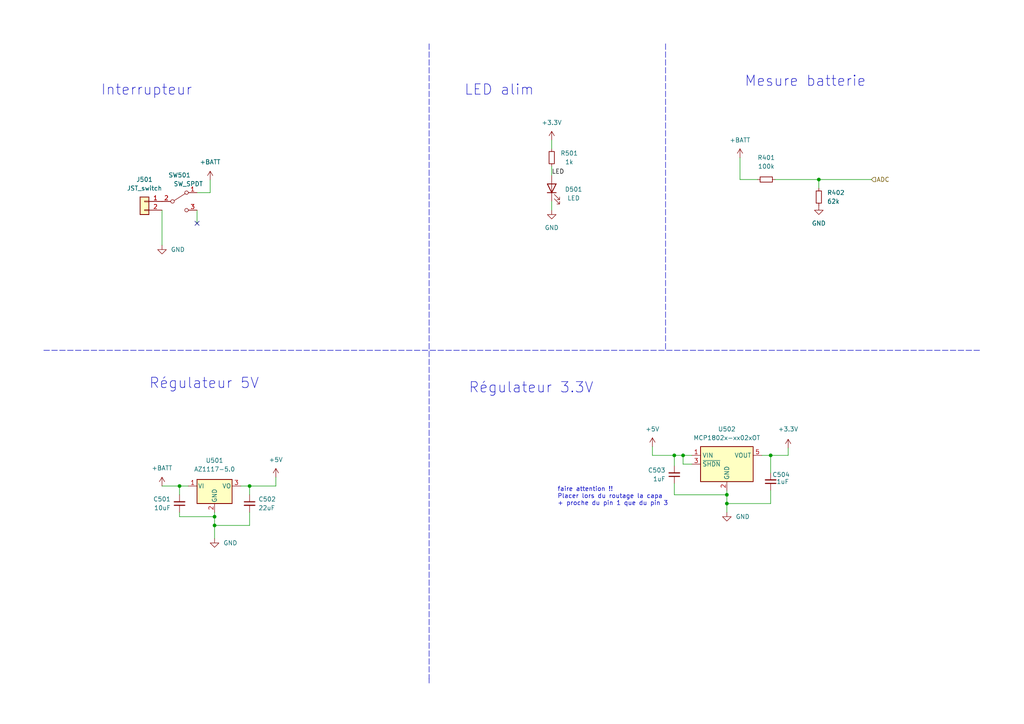
<source format=kicad_sch>
(kicad_sch (version 20211123) (generator eeschema)

  (uuid 818a72cf-d397-4513-a3a0-8481b9efa59a)

  (paper "A4")

  (lib_symbols
    (symbol "Connector_Generic:Conn_01x02" (pin_names (offset 1.016) hide) (in_bom yes) (on_board yes)
      (property "Reference" "J" (id 0) (at 0 2.54 0)
        (effects (font (size 1.27 1.27)))
      )
      (property "Value" "Conn_01x02" (id 1) (at 0 -5.08 0)
        (effects (font (size 1.27 1.27)))
      )
      (property "Footprint" "" (id 2) (at 0 0 0)
        (effects (font (size 1.27 1.27)) hide)
      )
      (property "Datasheet" "~" (id 3) (at 0 0 0)
        (effects (font (size 1.27 1.27)) hide)
      )
      (property "ki_keywords" "connector" (id 4) (at 0 0 0)
        (effects (font (size 1.27 1.27)) hide)
      )
      (property "ki_description" "Generic connector, single row, 01x02, script generated (kicad-library-utils/schlib/autogen/connector/)" (id 5) (at 0 0 0)
        (effects (font (size 1.27 1.27)) hide)
      )
      (property "ki_fp_filters" "Connector*:*_1x??_*" (id 6) (at 0 0 0)
        (effects (font (size 1.27 1.27)) hide)
      )
      (symbol "Conn_01x02_1_1"
        (rectangle (start -1.27 -2.413) (end 0 -2.667)
          (stroke (width 0.1524) (type default) (color 0 0 0 0))
          (fill (type none))
        )
        (rectangle (start -1.27 0.127) (end 0 -0.127)
          (stroke (width 0.1524) (type default) (color 0 0 0 0))
          (fill (type none))
        )
        (rectangle (start -1.27 1.27) (end 1.27 -3.81)
          (stroke (width 0.254) (type default) (color 0 0 0 0))
          (fill (type background))
        )
        (pin passive line (at -5.08 0 0) (length 3.81)
          (name "Pin_1" (effects (font (size 1.27 1.27))))
          (number "1" (effects (font (size 1.27 1.27))))
        )
        (pin passive line (at -5.08 -2.54 0) (length 3.81)
          (name "Pin_2" (effects (font (size 1.27 1.27))))
          (number "2" (effects (font (size 1.27 1.27))))
        )
      )
    )
    (symbol "Device:C_Small" (pin_numbers hide) (pin_names (offset 0.254) hide) (in_bom yes) (on_board yes)
      (property "Reference" "C" (id 0) (at 0.254 1.778 0)
        (effects (font (size 1.27 1.27)) (justify left))
      )
      (property "Value" "C_Small" (id 1) (at 0.254 -2.032 0)
        (effects (font (size 1.27 1.27)) (justify left))
      )
      (property "Footprint" "" (id 2) (at 0 0 0)
        (effects (font (size 1.27 1.27)) hide)
      )
      (property "Datasheet" "~" (id 3) (at 0 0 0)
        (effects (font (size 1.27 1.27)) hide)
      )
      (property "ki_keywords" "capacitor cap" (id 4) (at 0 0 0)
        (effects (font (size 1.27 1.27)) hide)
      )
      (property "ki_description" "Unpolarized capacitor, small symbol" (id 5) (at 0 0 0)
        (effects (font (size 1.27 1.27)) hide)
      )
      (property "ki_fp_filters" "C_*" (id 6) (at 0 0 0)
        (effects (font (size 1.27 1.27)) hide)
      )
      (symbol "C_Small_0_1"
        (polyline
          (pts
            (xy -1.524 -0.508)
            (xy 1.524 -0.508)
          )
          (stroke (width 0.3302) (type default) (color 0 0 0 0))
          (fill (type none))
        )
        (polyline
          (pts
            (xy -1.524 0.508)
            (xy 1.524 0.508)
          )
          (stroke (width 0.3048) (type default) (color 0 0 0 0))
          (fill (type none))
        )
      )
      (symbol "C_Small_1_1"
        (pin passive line (at 0 2.54 270) (length 2.032)
          (name "~" (effects (font (size 1.27 1.27))))
          (number "1" (effects (font (size 1.27 1.27))))
        )
        (pin passive line (at 0 -2.54 90) (length 2.032)
          (name "~" (effects (font (size 1.27 1.27))))
          (number "2" (effects (font (size 1.27 1.27))))
        )
      )
    )
    (symbol "Device:LED" (pin_numbers hide) (pin_names (offset 1.016) hide) (in_bom yes) (on_board yes)
      (property "Reference" "D" (id 0) (at 0 2.54 0)
        (effects (font (size 1.27 1.27)))
      )
      (property "Value" "LED" (id 1) (at 0 -2.54 0)
        (effects (font (size 1.27 1.27)))
      )
      (property "Footprint" "" (id 2) (at 0 0 0)
        (effects (font (size 1.27 1.27)) hide)
      )
      (property "Datasheet" "~" (id 3) (at 0 0 0)
        (effects (font (size 1.27 1.27)) hide)
      )
      (property "ki_keywords" "LED diode" (id 4) (at 0 0 0)
        (effects (font (size 1.27 1.27)) hide)
      )
      (property "ki_description" "Light emitting diode" (id 5) (at 0 0 0)
        (effects (font (size 1.27 1.27)) hide)
      )
      (property "ki_fp_filters" "LED* LED_SMD:* LED_THT:*" (id 6) (at 0 0 0)
        (effects (font (size 1.27 1.27)) hide)
      )
      (symbol "LED_0_1"
        (polyline
          (pts
            (xy -1.27 -1.27)
            (xy -1.27 1.27)
          )
          (stroke (width 0.254) (type default) (color 0 0 0 0))
          (fill (type none))
        )
        (polyline
          (pts
            (xy -1.27 0)
            (xy 1.27 0)
          )
          (stroke (width 0) (type default) (color 0 0 0 0))
          (fill (type none))
        )
        (polyline
          (pts
            (xy 1.27 -1.27)
            (xy 1.27 1.27)
            (xy -1.27 0)
            (xy 1.27 -1.27)
          )
          (stroke (width 0.254) (type default) (color 0 0 0 0))
          (fill (type none))
        )
        (polyline
          (pts
            (xy -3.048 -0.762)
            (xy -4.572 -2.286)
            (xy -3.81 -2.286)
            (xy -4.572 -2.286)
            (xy -4.572 -1.524)
          )
          (stroke (width 0) (type default) (color 0 0 0 0))
          (fill (type none))
        )
        (polyline
          (pts
            (xy -1.778 -0.762)
            (xy -3.302 -2.286)
            (xy -2.54 -2.286)
            (xy -3.302 -2.286)
            (xy -3.302 -1.524)
          )
          (stroke (width 0) (type default) (color 0 0 0 0))
          (fill (type none))
        )
      )
      (symbol "LED_1_1"
        (pin passive line (at -3.81 0 0) (length 2.54)
          (name "K" (effects (font (size 1.27 1.27))))
          (number "1" (effects (font (size 1.27 1.27))))
        )
        (pin passive line (at 3.81 0 180) (length 2.54)
          (name "A" (effects (font (size 1.27 1.27))))
          (number "2" (effects (font (size 1.27 1.27))))
        )
      )
    )
    (symbol "Device:R_Small" (pin_numbers hide) (pin_names (offset 0.254) hide) (in_bom yes) (on_board yes)
      (property "Reference" "R" (id 0) (at 0.762 0.508 0)
        (effects (font (size 1.27 1.27)) (justify left))
      )
      (property "Value" "R_Small" (id 1) (at 0.762 -1.016 0)
        (effects (font (size 1.27 1.27)) (justify left))
      )
      (property "Footprint" "" (id 2) (at 0 0 0)
        (effects (font (size 1.27 1.27)) hide)
      )
      (property "Datasheet" "~" (id 3) (at 0 0 0)
        (effects (font (size 1.27 1.27)) hide)
      )
      (property "ki_keywords" "R resistor" (id 4) (at 0 0 0)
        (effects (font (size 1.27 1.27)) hide)
      )
      (property "ki_description" "Resistor, small symbol" (id 5) (at 0 0 0)
        (effects (font (size 1.27 1.27)) hide)
      )
      (property "ki_fp_filters" "R_*" (id 6) (at 0 0 0)
        (effects (font (size 1.27 1.27)) hide)
      )
      (symbol "R_Small_0_1"
        (rectangle (start -0.762 1.778) (end 0.762 -1.778)
          (stroke (width 0.2032) (type default) (color 0 0 0 0))
          (fill (type none))
        )
      )
      (symbol "R_Small_1_1"
        (pin passive line (at 0 2.54 270) (length 0.762)
          (name "~" (effects (font (size 1.27 1.27))))
          (number "1" (effects (font (size 1.27 1.27))))
        )
        (pin passive line (at 0 -2.54 90) (length 0.762)
          (name "~" (effects (font (size 1.27 1.27))))
          (number "2" (effects (font (size 1.27 1.27))))
        )
      )
    )
    (symbol "Regulator_Linear:LT1129-3.3_SOT223" (pin_names (offset 0.254)) (in_bom yes) (on_board yes)
      (property "Reference" "U" (id 0) (at -3.81 3.175 0)
        (effects (font (size 1.27 1.27)))
      )
      (property "Value" "LT1129-3.3_SOT223" (id 1) (at 0 3.175 0)
        (effects (font (size 1.27 1.27)) (justify left))
      )
      (property "Footprint" "Package_TO_SOT_SMD:SOT-223-3_TabPin2" (id 2) (at 0 5.715 0)
        (effects (font (size 1.27 1.27) italic) hide)
      )
      (property "Datasheet" "https://www.analog.com/media/en/technical-documentation/data-sheets/112935ff.pdf" (id 3) (at 0 -1.27 0)
        (effects (font (size 1.27 1.27)) hide)
      )
      (property "ki_keywords" "REGULATOR LDO fixed positive" (id 4) (at 0 0 0)
        (effects (font (size 1.27 1.27)) hide)
      )
      (property "ki_description" "700mA Micropower Low drop-out regulator, Fixed Output 3.3V, SOT-223" (id 5) (at 0 0 0)
        (effects (font (size 1.27 1.27)) hide)
      )
      (property "ki_fp_filters" "SOT?223*" (id 6) (at 0 0 0)
        (effects (font (size 1.27 1.27)) hide)
      )
      (symbol "LT1129-3.3_SOT223_0_1"
        (rectangle (start -5.08 -5.08) (end 5.08 1.905)
          (stroke (width 0.254) (type default) (color 0 0 0 0))
          (fill (type background))
        )
      )
      (symbol "LT1129-3.3_SOT223_1_1"
        (pin power_in line (at -7.62 0 0) (length 2.54)
          (name "VI" (effects (font (size 1.27 1.27))))
          (number "1" (effects (font (size 1.27 1.27))))
        )
        (pin power_in line (at 0 -7.62 90) (length 2.54)
          (name "GND" (effects (font (size 1.27 1.27))))
          (number "2" (effects (font (size 1.27 1.27))))
        )
        (pin power_out line (at 7.62 0 180) (length 2.54)
          (name "VO" (effects (font (size 1.27 1.27))))
          (number "3" (effects (font (size 1.27 1.27))))
        )
      )
    )
    (symbol "Regulator_Linear:MCP1802x-xx02xOT" (in_bom yes) (on_board yes)
      (property "Reference" "U" (id 0) (at -6.35 6.35 0)
        (effects (font (size 1.27 1.27)) (justify left))
      )
      (property "Value" "MCP1802x-xx02xOT" (id 1) (at 0 6.35 0)
        (effects (font (size 1.27 1.27)) (justify left))
      )
      (property "Footprint" "Package_TO_SOT_SMD:SOT-23-5" (id 2) (at -6.35 8.89 0)
        (effects (font (size 1.27 1.27) italic) (justify left) hide)
      )
      (property "Datasheet" "http://ww1.microchip.com/downloads/en/DeviceDoc/22053C.pdf" (id 3) (at 0 -2.54 0)
        (effects (font (size 1.27 1.27)) hide)
      )
      (property "ki_keywords" "LDO Linear Voltage Regulator" (id 4) (at 0 0 0)
        (effects (font (size 1.27 1.27)) hide)
      )
      (property "ki_description" "150mA, Tiny CMOS LDO With Shutdown, Fixed Voltage, SOT-23-5" (id 5) (at 0 0 0)
        (effects (font (size 1.27 1.27)) hide)
      )
      (property "ki_fp_filters" "SOT?23*" (id 6) (at 0 0 0)
        (effects (font (size 1.27 1.27)) hide)
      )
      (symbol "MCP1802x-xx02xOT_0_1"
        (rectangle (start -7.62 5.08) (end 7.62 -5.08)
          (stroke (width 0.254) (type default) (color 0 0 0 0))
          (fill (type background))
        )
      )
      (symbol "MCP1802x-xx02xOT_1_1"
        (pin power_in line (at -10.16 2.54 0) (length 2.54)
          (name "VIN" (effects (font (size 1.27 1.27))))
          (number "1" (effects (font (size 1.27 1.27))))
        )
        (pin power_in line (at 0 -7.62 90) (length 2.54)
          (name "GND" (effects (font (size 1.27 1.27))))
          (number "2" (effects (font (size 1.27 1.27))))
        )
        (pin input line (at -10.16 0 0) (length 2.54)
          (name "~{SHDN}" (effects (font (size 1.27 1.27))))
          (number "3" (effects (font (size 1.27 1.27))))
        )
        (pin no_connect line (at 7.62 0 180) (length 2.54) hide
          (name "NC" (effects (font (size 1.27 1.27))))
          (number "4" (effects (font (size 1.27 1.27))))
        )
        (pin power_out line (at 10.16 2.54 180) (length 2.54)
          (name "VOUT" (effects (font (size 1.27 1.27))))
          (number "5" (effects (font (size 1.27 1.27))))
        )
      )
    )
    (symbol "Switch:SW_SPDT" (pin_names (offset 0) hide) (in_bom yes) (on_board yes)
      (property "Reference" "SW" (id 0) (at 0 4.318 0)
        (effects (font (size 1.27 1.27)))
      )
      (property "Value" "SW_SPDT" (id 1) (at 0 -5.08 0)
        (effects (font (size 1.27 1.27)))
      )
      (property "Footprint" "" (id 2) (at 0 0 0)
        (effects (font (size 1.27 1.27)) hide)
      )
      (property "Datasheet" "~" (id 3) (at 0 0 0)
        (effects (font (size 1.27 1.27)) hide)
      )
      (property "ki_keywords" "switch single-pole double-throw spdt ON-ON" (id 4) (at 0 0 0)
        (effects (font (size 1.27 1.27)) hide)
      )
      (property "ki_description" "Switch, single pole double throw" (id 5) (at 0 0 0)
        (effects (font (size 1.27 1.27)) hide)
      )
      (symbol "SW_SPDT_0_0"
        (circle (center -2.032 0) (radius 0.508)
          (stroke (width 0) (type default) (color 0 0 0 0))
          (fill (type none))
        )
        (circle (center 2.032 -2.54) (radius 0.508)
          (stroke (width 0) (type default) (color 0 0 0 0))
          (fill (type none))
        )
      )
      (symbol "SW_SPDT_0_1"
        (polyline
          (pts
            (xy -1.524 0.254)
            (xy 1.651 2.286)
          )
          (stroke (width 0) (type default) (color 0 0 0 0))
          (fill (type none))
        )
        (circle (center 2.032 2.54) (radius 0.508)
          (stroke (width 0) (type default) (color 0 0 0 0))
          (fill (type none))
        )
      )
      (symbol "SW_SPDT_1_1"
        (pin passive line (at 5.08 2.54 180) (length 2.54)
          (name "A" (effects (font (size 1.27 1.27))))
          (number "1" (effects (font (size 1.27 1.27))))
        )
        (pin passive line (at -5.08 0 0) (length 2.54)
          (name "B" (effects (font (size 1.27 1.27))))
          (number "2" (effects (font (size 1.27 1.27))))
        )
        (pin passive line (at 5.08 -2.54 180) (length 2.54)
          (name "C" (effects (font (size 1.27 1.27))))
          (number "3" (effects (font (size 1.27 1.27))))
        )
      )
    )
    (symbol "power:+3.3V" (power) (pin_names (offset 0)) (in_bom yes) (on_board yes)
      (property "Reference" "#PWR" (id 0) (at 0 -3.81 0)
        (effects (font (size 1.27 1.27)) hide)
      )
      (property "Value" "+3.3V" (id 1) (at 0 3.556 0)
        (effects (font (size 1.27 1.27)))
      )
      (property "Footprint" "" (id 2) (at 0 0 0)
        (effects (font (size 1.27 1.27)) hide)
      )
      (property "Datasheet" "" (id 3) (at 0 0 0)
        (effects (font (size 1.27 1.27)) hide)
      )
      (property "ki_keywords" "power-flag" (id 4) (at 0 0 0)
        (effects (font (size 1.27 1.27)) hide)
      )
      (property "ki_description" "Power symbol creates a global label with name \"+3.3V\"" (id 5) (at 0 0 0)
        (effects (font (size 1.27 1.27)) hide)
      )
      (symbol "+3.3V_0_1"
        (polyline
          (pts
            (xy -0.762 1.27)
            (xy 0 2.54)
          )
          (stroke (width 0) (type default) (color 0 0 0 0))
          (fill (type none))
        )
        (polyline
          (pts
            (xy 0 0)
            (xy 0 2.54)
          )
          (stroke (width 0) (type default) (color 0 0 0 0))
          (fill (type none))
        )
        (polyline
          (pts
            (xy 0 2.54)
            (xy 0.762 1.27)
          )
          (stroke (width 0) (type default) (color 0 0 0 0))
          (fill (type none))
        )
      )
      (symbol "+3.3V_1_1"
        (pin power_in line (at 0 0 90) (length 0) hide
          (name "+3.3V" (effects (font (size 1.27 1.27))))
          (number "1" (effects (font (size 1.27 1.27))))
        )
      )
    )
    (symbol "power:+5V" (power) (pin_names (offset 0)) (in_bom yes) (on_board yes)
      (property "Reference" "#PWR" (id 0) (at 0 -3.81 0)
        (effects (font (size 1.27 1.27)) hide)
      )
      (property "Value" "+5V" (id 1) (at 0 3.556 0)
        (effects (font (size 1.27 1.27)))
      )
      (property "Footprint" "" (id 2) (at 0 0 0)
        (effects (font (size 1.27 1.27)) hide)
      )
      (property "Datasheet" "" (id 3) (at 0 0 0)
        (effects (font (size 1.27 1.27)) hide)
      )
      (property "ki_keywords" "power-flag" (id 4) (at 0 0 0)
        (effects (font (size 1.27 1.27)) hide)
      )
      (property "ki_description" "Power symbol creates a global label with name \"+5V\"" (id 5) (at 0 0 0)
        (effects (font (size 1.27 1.27)) hide)
      )
      (symbol "+5V_0_1"
        (polyline
          (pts
            (xy -0.762 1.27)
            (xy 0 2.54)
          )
          (stroke (width 0) (type default) (color 0 0 0 0))
          (fill (type none))
        )
        (polyline
          (pts
            (xy 0 0)
            (xy 0 2.54)
          )
          (stroke (width 0) (type default) (color 0 0 0 0))
          (fill (type none))
        )
        (polyline
          (pts
            (xy 0 2.54)
            (xy 0.762 1.27)
          )
          (stroke (width 0) (type default) (color 0 0 0 0))
          (fill (type none))
        )
      )
      (symbol "+5V_1_1"
        (pin power_in line (at 0 0 90) (length 0) hide
          (name "+5V" (effects (font (size 1.27 1.27))))
          (number "1" (effects (font (size 1.27 1.27))))
        )
      )
    )
    (symbol "power:+BATT" (power) (pin_names (offset 0)) (in_bom yes) (on_board yes)
      (property "Reference" "#PWR" (id 0) (at 0 -3.81 0)
        (effects (font (size 1.27 1.27)) hide)
      )
      (property "Value" "+BATT" (id 1) (at 0 3.556 0)
        (effects (font (size 1.27 1.27)))
      )
      (property "Footprint" "" (id 2) (at 0 0 0)
        (effects (font (size 1.27 1.27)) hide)
      )
      (property "Datasheet" "" (id 3) (at 0 0 0)
        (effects (font (size 1.27 1.27)) hide)
      )
      (property "ki_keywords" "power-flag battery" (id 4) (at 0 0 0)
        (effects (font (size 1.27 1.27)) hide)
      )
      (property "ki_description" "Power symbol creates a global label with name \"+BATT\"" (id 5) (at 0 0 0)
        (effects (font (size 1.27 1.27)) hide)
      )
      (symbol "+BATT_0_1"
        (polyline
          (pts
            (xy -0.762 1.27)
            (xy 0 2.54)
          )
          (stroke (width 0) (type default) (color 0 0 0 0))
          (fill (type none))
        )
        (polyline
          (pts
            (xy 0 0)
            (xy 0 2.54)
          )
          (stroke (width 0) (type default) (color 0 0 0 0))
          (fill (type none))
        )
        (polyline
          (pts
            (xy 0 2.54)
            (xy 0.762 1.27)
          )
          (stroke (width 0) (type default) (color 0 0 0 0))
          (fill (type none))
        )
      )
      (symbol "+BATT_1_1"
        (pin power_in line (at 0 0 90) (length 0) hide
          (name "+BATT" (effects (font (size 1.27 1.27))))
          (number "1" (effects (font (size 1.27 1.27))))
        )
      )
    )
    (symbol "power:GND" (power) (pin_names (offset 0)) (in_bom yes) (on_board yes)
      (property "Reference" "#PWR" (id 0) (at 0 -6.35 0)
        (effects (font (size 1.27 1.27)) hide)
      )
      (property "Value" "GND" (id 1) (at 0 -3.81 0)
        (effects (font (size 1.27 1.27)))
      )
      (property "Footprint" "" (id 2) (at 0 0 0)
        (effects (font (size 1.27 1.27)) hide)
      )
      (property "Datasheet" "" (id 3) (at 0 0 0)
        (effects (font (size 1.27 1.27)) hide)
      )
      (property "ki_keywords" "power-flag" (id 4) (at 0 0 0)
        (effects (font (size 1.27 1.27)) hide)
      )
      (property "ki_description" "Power symbol creates a global label with name \"GND\" , ground" (id 5) (at 0 0 0)
        (effects (font (size 1.27 1.27)) hide)
      )
      (symbol "GND_0_1"
        (polyline
          (pts
            (xy 0 0)
            (xy 0 -1.27)
            (xy 1.27 -1.27)
            (xy 0 -2.54)
            (xy -1.27 -1.27)
            (xy 0 -1.27)
          )
          (stroke (width 0) (type default) (color 0 0 0 0))
          (fill (type none))
        )
      )
      (symbol "GND_1_1"
        (pin power_in line (at 0 0 270) (length 0) hide
          (name "GND" (effects (font (size 1.27 1.27))))
          (number "1" (effects (font (size 1.27 1.27))))
        )
      )
    )
  )

  (junction (at 62.23 152.4) (diameter 0) (color 0 0 0 0)
    (uuid 3baea005-32b8-4708-a6fd-8b7d77dc15d8)
  )
  (junction (at 210.82 143.51) (diameter 0) (color 0 0 0 0)
    (uuid 50015533-0ccc-4f2c-beb0-5213dbba1925)
  )
  (junction (at 195.58 132.08) (diameter 0) (color 0 0 0 0)
    (uuid 85879806-939d-433c-b710-a49fd5ec9796)
  )
  (junction (at 223.52 132.08) (diameter 0) (color 0 0 0 0)
    (uuid 85b95859-b1a5-4d61-a0f1-488ea787b7f0)
  )
  (junction (at 52.07 140.97) (diameter 0) (color 0 0 0 0)
    (uuid 8e37033f-713f-4ac4-8c0a-3f6e5e036d32)
  )
  (junction (at 62.23 149.86) (diameter 0) (color 0 0 0 0)
    (uuid b06077fc-4dee-4129-a085-ab64e6f3ab24)
  )
  (junction (at 72.39 140.97) (diameter 0) (color 0 0 0 0)
    (uuid b2bd39f8-8f8f-4ab6-97d1-560ac27a0dea)
  )
  (junction (at 198.12 132.08) (diameter 0) (color 0 0 0 0)
    (uuid c71ef17c-bd36-45a5-8779-6d1932121ab1)
  )
  (junction (at 210.82 146.05) (diameter 0) (color 0 0 0 0)
    (uuid e2df1979-53d7-4ed8-858b-4b9816d97da7)
  )
  (junction (at 237.49 52.07) (diameter 0) (color 0 0 0 0)
    (uuid eae5ce3e-49e8-4ac6-b7f2-4cc259a8da3f)
  )

  (no_connect (at 57.15 64.77) (uuid e0722816-fd17-4be5-ae92-bf42e632de72))

  (polyline (pts (xy 124.46 196.85) (xy 124.46 198.12))
    (stroke (width 0) (type default) (color 0 0 0 0))
    (uuid 07252f3a-dc5f-4d98-b4a2-54ba65018662)
  )

  (wire (pts (xy 52.07 140.97) (xy 54.61 140.97))
    (stroke (width 0) (type default) (color 0 0 0 0))
    (uuid 0ca77de2-9dc0-4c9f-a03f-343cc42a0240)
  )
  (wire (pts (xy 60.96 52.197) (xy 60.96 55.88))
    (stroke (width 0) (type default) (color 0 0 0 0))
    (uuid 1c2e7a85-2bc8-4035-9b45-7df9cb127bf1)
  )
  (wire (pts (xy 228.6 132.08) (xy 228.6 129.9464))
    (stroke (width 0) (type default) (color 0 0 0 0))
    (uuid 1ede33d2-992c-4a1b-82f7-3eb8c76d8559)
  )
  (wire (pts (xy 52.07 148.59) (xy 52.07 149.86))
    (stroke (width 0) (type default) (color 0 0 0 0))
    (uuid 20fda929-817c-485a-8b92-3607daa661a1)
  )
  (wire (pts (xy 62.23 149.86) (xy 62.23 148.59))
    (stroke (width 0) (type default) (color 0 0 0 0))
    (uuid 37df883f-6bb1-4e03-89d0-7b922f16e4b4)
  )
  (polyline (pts (xy 124.46 12.7) (xy 124.46 196.85))
    (stroke (width 0) (type default) (color 0 0 0 0))
    (uuid 4acf0eb4-59b4-4834-854e-9798666526f6)
  )

  (wire (pts (xy 72.39 148.59) (xy 72.39 152.4))
    (stroke (width 0) (type default) (color 0 0 0 0))
    (uuid 4de5038f-9a7b-40b4-83fc-08595493ffb2)
  )
  (wire (pts (xy 69.85 140.97) (xy 72.39 140.97))
    (stroke (width 0) (type default) (color 0 0 0 0))
    (uuid 4df6ac6a-6cfa-43b5-8dda-b28b6e48fe41)
  )
  (wire (pts (xy 195.58 132.08) (xy 195.58 135.128))
    (stroke (width 0) (type default) (color 0 0 0 0))
    (uuid 50cc3527-8d90-403b-9dbd-5b7b99761427)
  )
  (wire (pts (xy 198.12 134.62) (xy 198.12 132.08))
    (stroke (width 0) (type default) (color 0 0 0 0))
    (uuid 524b5c96-1360-4ea2-921d-6c08f9358bcc)
  )
  (wire (pts (xy 57.15 60.96) (xy 57.15 64.77))
    (stroke (width 0) (type default) (color 0 0 0 0))
    (uuid 566e7893-04ab-4aa2-82fc-9bc0e7b323ef)
  )
  (wire (pts (xy 72.39 140.97) (xy 72.39 143.51))
    (stroke (width 0) (type default) (color 0 0 0 0))
    (uuid 5b1faba7-4872-44cd-b41c-caef33ada8f3)
  )
  (wire (pts (xy 223.52 132.08) (xy 228.6 132.08))
    (stroke (width 0) (type default) (color 0 0 0 0))
    (uuid 5ed67385-5149-4779-a655-32c6d3106c3e)
  )
  (wire (pts (xy 237.49 52.07) (xy 252.73 52.07))
    (stroke (width 0) (type default) (color 0 0 0 0))
    (uuid 5f159f48-5518-4574-849d-609630f9765c)
  )
  (wire (pts (xy 210.82 146.05) (xy 210.82 143.51))
    (stroke (width 0) (type default) (color 0 0 0 0))
    (uuid 6bad03bd-b1a0-477b-94c1-9e4623031d86)
  )
  (wire (pts (xy 223.52 132.08) (xy 223.52 137.16))
    (stroke (width 0) (type default) (color 0 0 0 0))
    (uuid 6caace13-8b9e-4f07-bde8-11916ffce567)
  )
  (wire (pts (xy 219.71 52.07) (xy 214.63 52.07))
    (stroke (width 0) (type default) (color 0 0 0 0))
    (uuid 74c0576c-16fe-4171-b513-9940e1a134f8)
  )
  (wire (pts (xy 46.99 140.97) (xy 52.07 140.97))
    (stroke (width 0) (type default) (color 0 0 0 0))
    (uuid 7f0f6b0f-b917-4994-af98-b3207705bafd)
  )
  (wire (pts (xy 160.02 58.42) (xy 160.02 60.96))
    (stroke (width 0) (type default) (color 0 0 0 0))
    (uuid 7f8f7703-5df1-45fb-bfa5-38c6fe143eeb)
  )
  (wire (pts (xy 72.39 140.97) (xy 80.01 140.97))
    (stroke (width 0) (type default) (color 0 0 0 0))
    (uuid 8140254c-37ce-4bab-93bf-0be070c7ce79)
  )
  (wire (pts (xy 52.07 149.86) (xy 62.23 149.86))
    (stroke (width 0) (type default) (color 0 0 0 0))
    (uuid 87f06e7c-99b3-4b89-8faf-20565268a2f5)
  )
  (wire (pts (xy 223.52 142.24) (xy 223.52 146.05))
    (stroke (width 0) (type default) (color 0 0 0 0))
    (uuid 8a3a16f9-25c5-4c95-ad87-c00d99717932)
  )
  (polyline (pts (xy 193.04 12.7) (xy 193.04 101.6))
    (stroke (width 0) (type default) (color 0 0 0 0))
    (uuid 8f9fd990-949c-4586-a839-4cb8fbfceee6)
  )

  (wire (pts (xy 62.23 156.21) (xy 62.23 152.4))
    (stroke (width 0) (type default) (color 0 0 0 0))
    (uuid 92e1a4e6-1a7b-475e-b06a-b7e1691266ed)
  )
  (wire (pts (xy 224.79 52.07) (xy 237.49 52.07))
    (stroke (width 0) (type default) (color 0 0 0 0))
    (uuid 94458b71-0e58-4a88-b1f2-77d8be4c967a)
  )
  (wire (pts (xy 72.39 152.4) (xy 62.23 152.4))
    (stroke (width 0) (type default) (color 0 0 0 0))
    (uuid 9503e7a0-d2af-40b0-a3a8-3b538284344f)
  )
  (polyline (pts (xy 12.7 101.6) (xy 284.48 101.6))
    (stroke (width 0) (type default) (color 0 0 0 0))
    (uuid 96ed2b15-b2f7-4052-9e37-2bb90c499650)
  )

  (wire (pts (xy 160.02 48.26) (xy 160.02 50.8))
    (stroke (width 0) (type default) (color 0 0 0 0))
    (uuid 9b74ec1b-f743-41d3-bb73-bded20f0a7ea)
  )
  (wire (pts (xy 223.52 146.05) (xy 210.82 146.05))
    (stroke (width 0) (type default) (color 0 0 0 0))
    (uuid 9d60d56c-0a6c-4bf5-9a64-5f48bf90f4d3)
  )
  (wire (pts (xy 220.98 132.08) (xy 223.52 132.08))
    (stroke (width 0) (type default) (color 0 0 0 0))
    (uuid 9e196ab7-0dfa-44b7-b681-b9b2f00db233)
  )
  (wire (pts (xy 237.49 54.61) (xy 237.49 52.07))
    (stroke (width 0) (type default) (color 0 0 0 0))
    (uuid b210b591-ef1a-4797-a77e-8d198c63fbd6)
  )
  (wire (pts (xy 62.23 152.4) (xy 62.23 149.86))
    (stroke (width 0) (type default) (color 0 0 0 0))
    (uuid b226fb51-1b43-4a80-9d45-68bfaeef3816)
  )
  (wire (pts (xy 200.66 134.62) (xy 198.12 134.62))
    (stroke (width 0) (type default) (color 0 0 0 0))
    (uuid b254d996-feca-44c5-a604-cd011af0113a)
  )
  (wire (pts (xy 210.82 148.59) (xy 210.82 146.05))
    (stroke (width 0) (type default) (color 0 0 0 0))
    (uuid b31ec8e7-0fd5-43c6-8340-66ef218b8d38)
  )
  (wire (pts (xy 195.58 143.51) (xy 210.82 143.51))
    (stroke (width 0) (type default) (color 0 0 0 0))
    (uuid b41f1de4-ed2e-4142-984d-4f276691ef77)
  )
  (wire (pts (xy 214.63 52.07) (xy 214.63 45.72))
    (stroke (width 0) (type default) (color 0 0 0 0))
    (uuid b837117a-4148-4a3e-98cb-a014121742b7)
  )
  (wire (pts (xy 195.58 132.08) (xy 198.12 132.08))
    (stroke (width 0) (type default) (color 0 0 0 0))
    (uuid bc068eb9-6a7b-4606-8198-cc73683cdd50)
  )
  (wire (pts (xy 52.07 143.51) (xy 52.07 140.97))
    (stroke (width 0) (type default) (color 0 0 0 0))
    (uuid c156e50e-6143-4552-a554-c81a61c690a5)
  )
  (wire (pts (xy 189.23 132.08) (xy 195.58 132.08))
    (stroke (width 0) (type default) (color 0 0 0 0))
    (uuid c7a3c71b-1f0c-428b-9085-6fa81112d6db)
  )
  (wire (pts (xy 80.01 138.43) (xy 80.01 140.97))
    (stroke (width 0) (type default) (color 0 0 0 0))
    (uuid c85f061d-a4fe-48c0-99ff-de8de905e3e4)
  )
  (wire (pts (xy 210.82 143.51) (xy 210.82 142.24))
    (stroke (width 0) (type default) (color 0 0 0 0))
    (uuid c9c29276-d0bd-4d24-9b20-6ec504ffe335)
  )
  (wire (pts (xy 198.12 132.08) (xy 200.66 132.08))
    (stroke (width 0) (type default) (color 0 0 0 0))
    (uuid cb133852-df1e-4222-a5df-b0a88b369292)
  )
  (wire (pts (xy 189.23 129.54) (xy 189.23 132.08))
    (stroke (width 0) (type default) (color 0 0 0 0))
    (uuid cc49c088-52c6-4e22-b68d-6d027b4b7348)
  )
  (wire (pts (xy 57.15 55.88) (xy 60.96 55.88))
    (stroke (width 0) (type default) (color 0 0 0 0))
    (uuid d08d2ced-aeb2-42a0-8140-8a56e8615d9d)
  )
  (wire (pts (xy 195.58 140.208) (xy 195.58 143.51))
    (stroke (width 0) (type default) (color 0 0 0 0))
    (uuid ee2aefab-4728-47e7-ac3b-2d321766d7f4)
  )
  (wire (pts (xy 46.99 60.96) (xy 46.99 71.12))
    (stroke (width 0) (type default) (color 0 0 0 0))
    (uuid f39fd107-8a01-4305-9f0f-0e2538fae0db)
  )
  (wire (pts (xy 160.02 40.64) (xy 160.02 43.18))
    (stroke (width 0) (type default) (color 0 0 0 0))
    (uuid fe3b4247-d0ad-4347-88bf-1a0fabc895dc)
  )

  (text "Interrupteur\n" (at 29.21 27.94 0)
    (effects (font (size 3 3)) (justify left bottom))
    (uuid 08971164-ef87-48a6-8032-748ad570aac9)
  )
  (text "Régulateur 5V\n" (at 43.18 113.03 0)
    (effects (font (size 3 3)) (justify left bottom))
    (uuid 0dc9cf96-79cf-4d7a-b116-ff2b0362fd31)
  )
  (text "LED alim\n" (at 134.62 27.94 0)
    (effects (font (size 3 3)) (justify left bottom))
    (uuid 431deb7b-25f0-46ae-8493-9d1db28a6252)
  )
  (text "faire attention !!\nPlacer lors du routage la capa\n+ proche du pin 1 que du pin 3"
    (at 161.671 146.812 0)
    (effects (font (size 1.27 1.27)) (justify left bottom))
    (uuid 6fc661c0-8bc7-4d47-abed-e8bc7ab5f7a7)
  )
  (text "Mesure batterie" (at 215.9 25.4 0)
    (effects (font (size 3 3)) (justify left bottom))
    (uuid 7b8102e5-39b3-4d0d-89ad-08afa3d5acc2)
  )
  (text "Régulateur 3.3V\n" (at 135.89 114.3 0)
    (effects (font (size 3 3)) (justify left bottom))
    (uuid e48115b3-6b7d-4256-a2e0-fcb89a1817d8)
  )

  (label "LED" (at 160.02 50.8 0)
    (effects (font (size 1.27 1.27)) (justify left bottom))
    (uuid 5a4ae856-e0b9-4cb1-9019-615c09bc5b38)
  )

  (hierarchical_label "ADC" (shape input) (at 252.73 52.07 0)
    (effects (font (size 1.27 1.27)) (justify left))
    (uuid 7aef6743-340f-46e1-8518-110cc3374355)
  )

  (symbol (lib_id "power:GND") (at 237.49 59.69 0) (unit 1)
    (in_bom yes) (on_board yes) (fields_autoplaced)
    (uuid 05e99795-8838-43bf-a2b2-557351cfd792)
    (property "Reference" "#PWR0412" (id 0) (at 237.49 66.04 0)
      (effects (font (size 1.27 1.27)) hide)
    )
    (property "Value" "GND" (id 1) (at 237.49 64.77 0))
    (property "Footprint" "" (id 2) (at 237.49 59.69 0)
      (effects (font (size 1.27 1.27)) hide)
    )
    (property "Datasheet" "" (id 3) (at 237.49 59.69 0)
      (effects (font (size 1.27 1.27)) hide)
    )
    (pin "1" (uuid 806cd122-fabd-4f21-9f48-f96d6dd66292))
  )

  (symbol (lib_id "Device:C_Small") (at 223.52 139.7 0) (mirror x) (unit 1)
    (in_bom yes) (on_board yes)
    (uuid 17adca7f-12b8-4228-93c6-8e2bc66f85b6)
    (property "Reference" "C504" (id 0) (at 229.108 137.668 0)
      (effects (font (size 1.27 1.27)) (justify right))
    )
    (property "Value" "1uF" (id 1) (at 228.854 139.7 0)
      (effects (font (size 1.27 1.27)) (justify right))
    )
    (property "Footprint" "Capacitor_SMD:C_0603_1608Metric_Pad1.08x0.95mm_HandSolder" (id 2) (at 223.52 139.7 0)
      (effects (font (size 1.27 1.27)) hide)
    )
    (property "Datasheet" "~" (id 3) (at 223.52 139.7 0)
      (effects (font (size 1.27 1.27)) hide)
    )
    (pin "1" (uuid bd07a84b-1efb-4c52-a7b5-bd4c8056ff5f))
    (pin "2" (uuid 412d2487-2065-4c5c-988f-419ca0cc038b))
  )

  (symbol (lib_id "power:+BATT") (at 214.63 45.72 0) (unit 1)
    (in_bom yes) (on_board yes) (fields_autoplaced)
    (uuid 1b5ae000-b060-46fc-aa1b-92145a457d89)
    (property "Reference" "#PWR0411" (id 0) (at 214.63 49.53 0)
      (effects (font (size 1.27 1.27)) hide)
    )
    (property "Value" "+BATT" (id 1) (at 214.63 40.64 0))
    (property "Footprint" "" (id 2) (at 214.63 45.72 0)
      (effects (font (size 1.27 1.27)) hide)
    )
    (property "Datasheet" "" (id 3) (at 214.63 45.72 0)
      (effects (font (size 1.27 1.27)) hide)
    )
    (pin "1" (uuid 2692c702-31fa-4dbc-acb0-8caacbfbc57b))
  )

  (symbol (lib_id "Regulator_Linear:LT1129-3.3_SOT223") (at 62.23 140.97 0) (unit 1)
    (in_bom yes) (on_board yes) (fields_autoplaced)
    (uuid 26319b2e-5f5c-40dd-a6c8-eb62bf9244f7)
    (property "Reference" "U501" (id 0) (at 62.23 133.5532 0))
    (property "Value" "AZ1117-5.0" (id 1) (at 62.23 136.0932 0))
    (property "Footprint" "Package_TO_SOT_SMD:SOT-223-3_TabPin2" (id 2) (at 62.23 135.255 0)
      (effects (font (size 1.27 1.27) italic) hide)
    )
    (property "Datasheet" "https://www.analog.com/media/en/technical-documentation/data-sheets/112935ff.pdf" (id 3) (at 62.23 142.24 0)
      (effects (font (size 1.27 1.27)) hide)
    )
    (pin "1" (uuid 361f8113-ca94-4e11-84f0-9735e82fdcaa))
    (pin "2" (uuid 399883f5-a3bd-4b6f-95c0-f82805315997))
    (pin "3" (uuid 452903db-ce25-4010-9a97-802ed19f4eff))
  )

  (symbol (lib_id "Connector_Generic:Conn_01x02") (at 41.91 58.42 0) (mirror y) (unit 1)
    (in_bom yes) (on_board yes) (fields_autoplaced)
    (uuid 37cf0c73-047c-4a9e-a290-3a2535c79c1a)
    (property "Reference" "J501" (id 0) (at 41.91 52.07 0))
    (property "Value" "JST_switch" (id 1) (at 41.91 54.61 0))
    (property "Footprint" "Connector_JST:JST_XH_B2B-XH-A_1x02_P2.50mm_Vertical" (id 2) (at 41.91 58.42 0)
      (effects (font (size 1.27 1.27)) hide)
    )
    (property "Datasheet" "~" (id 3) (at 41.91 58.42 0)
      (effects (font (size 1.27 1.27)) hide)
    )
    (pin "1" (uuid 6a28bb73-c58a-475c-a135-07105fb79752))
    (pin "2" (uuid f9f01f69-b1fb-4f96-914a-714a400839de))
  )

  (symbol (lib_id "Device:C_Small") (at 52.07 146.05 0) (mirror x) (unit 1)
    (in_bom yes) (on_board yes) (fields_autoplaced)
    (uuid 481870f9-13da-40ab-b60e-8781b272fd3c)
    (property "Reference" "C501" (id 0) (at 49.53 144.7735 0)
      (effects (font (size 1.27 1.27)) (justify right))
    )
    (property "Value" "10uF" (id 1) (at 49.53 147.3135 0)
      (effects (font (size 1.27 1.27)) (justify right))
    )
    (property "Footprint" "Capacitor_SMD:C_0603_1608Metric_Pad1.08x0.95mm_HandSolder" (id 2) (at 52.07 146.05 0)
      (effects (font (size 1.27 1.27)) hide)
    )
    (property "Datasheet" "~" (id 3) (at 52.07 146.05 0)
      (effects (font (size 1.27 1.27)) hide)
    )
    (pin "1" (uuid 0014114b-fb4f-461f-8dbb-cf95092e6845))
    (pin "2" (uuid d0a79a01-5d44-4e1d-93e5-191ec7131709))
  )

  (symbol (lib_id "Device:LED") (at 160.02 54.61 90) (unit 1)
    (in_bom yes) (on_board yes)
    (uuid 5576bf72-bee5-42a5-b48c-3544fa83f677)
    (property "Reference" "D501" (id 0) (at 166.37 54.9275 90))
    (property "Value" "LED" (id 1) (at 166.37 57.4675 90))
    (property "Footprint" "LED_SMD:LED_0603_1608Metric_Pad1.05x0.95mm_HandSolder" (id 2) (at 160.02 54.61 0)
      (effects (font (size 1.27 1.27)) hide)
    )
    (property "Datasheet" "~" (id 3) (at 160.02 54.61 0)
      (effects (font (size 1.27 1.27)) hide)
    )
    (pin "1" (uuid 7418394f-b51e-4caf-9a54-91fbfb1b86ff))
    (pin "2" (uuid 50e22cab-d758-4b09-883c-6206f5c493e2))
  )

  (symbol (lib_id "power:+BATT") (at 46.99 140.97 0) (unit 1)
    (in_bom yes) (on_board yes) (fields_autoplaced)
    (uuid 55fed71a-91c0-41c7-99b8-931e68a2ac03)
    (property "Reference" "#PWR0402" (id 0) (at 46.99 144.78 0)
      (effects (font (size 1.27 1.27)) hide)
    )
    (property "Value" "+BATT" (id 1) (at 46.99 135.763 0))
    (property "Footprint" "" (id 2) (at 46.99 140.97 0)
      (effects (font (size 1.27 1.27)) hide)
    )
    (property "Datasheet" "" (id 3) (at 46.99 140.97 0)
      (effects (font (size 1.27 1.27)) hide)
    )
    (pin "1" (uuid 53bb9215-2c44-4f5c-8834-e86d3f5a7567))
  )

  (symbol (lib_id "Switch:SW_SPDT") (at 52.07 58.42 0) (unit 1)
    (in_bom yes) (on_board yes)
    (uuid 56e31796-213f-4c2e-aeac-6b27a0669b5e)
    (property "Reference" "SW501" (id 0) (at 52.07 50.8 0))
    (property "Value" "SW_SPDT" (id 1) (at 54.61 53.34 0))
    (property "Footprint" "switch_robot:switch_pcb_robot" (id 2) (at 52.07 58.42 0)
      (effects (font (size 1.27 1.27)) hide)
    )
    (property "Datasheet" "~" (id 3) (at 52.07 58.42 0)
      (effects (font (size 1.27 1.27)) hide)
    )
    (pin "1" (uuid 58c08bcb-fcd5-4fce-9cd0-46966f7dac69))
    (pin "2" (uuid d503532a-c509-4b00-887d-d1556b9a1a11))
    (pin "3" (uuid 57be5a13-bc76-4a39-a20d-29d6798dcbdc))
  )

  (symbol (lib_id "power:GND") (at 210.82 148.59 0) (mirror y) (unit 1)
    (in_bom yes) (on_board yes) (fields_autoplaced)
    (uuid 592a410d-c273-451b-b6bb-876bd3cbe621)
    (property "Reference" "#PWR0409" (id 0) (at 210.82 154.94 0)
      (effects (font (size 1.27 1.27)) hide)
    )
    (property "Value" "GND" (id 1) (at 213.36 149.8599 0)
      (effects (font (size 1.27 1.27)) (justify right))
    )
    (property "Footprint" "" (id 2) (at 210.82 148.59 0)
      (effects (font (size 1.27 1.27)) hide)
    )
    (property "Datasheet" "" (id 3) (at 210.82 148.59 0)
      (effects (font (size 1.27 1.27)) hide)
    )
    (pin "1" (uuid 256b43cc-b768-4ac0-86eb-f9e3bf355a94))
  )

  (symbol (lib_id "Device:C_Small") (at 195.58 137.668 0) (mirror x) (unit 1)
    (in_bom yes) (on_board yes) (fields_autoplaced)
    (uuid 780c9f08-639e-452a-8b5f-5ff8b7d070bc)
    (property "Reference" "C503" (id 0) (at 193.04 136.3915 0)
      (effects (font (size 1.27 1.27)) (justify right))
    )
    (property "Value" "1uF" (id 1) (at 193.04 138.9315 0)
      (effects (font (size 1.27 1.27)) (justify right))
    )
    (property "Footprint" "Capacitor_SMD:C_0603_1608Metric_Pad1.08x0.95mm_HandSolder" (id 2) (at 195.58 137.668 0)
      (effects (font (size 1.27 1.27)) hide)
    )
    (property "Datasheet" "~" (id 3) (at 195.58 137.668 0)
      (effects (font (size 1.27 1.27)) hide)
    )
    (pin "1" (uuid 9b580452-27d1-4bd0-bda2-9d156e5fa607))
    (pin "2" (uuid a906e92d-05d5-4986-9a39-49da74c12c45))
  )

  (symbol (lib_id "power:GND") (at 160.02 60.96 0) (unit 1)
    (in_bom yes) (on_board yes) (fields_autoplaced)
    (uuid 7afd1d1a-72a7-4552-9a2d-0ec11152f443)
    (property "Reference" "#PWR0407" (id 0) (at 160.02 67.31 0)
      (effects (font (size 1.27 1.27)) hide)
    )
    (property "Value" "GND" (id 1) (at 160.02 66.04 0))
    (property "Footprint" "" (id 2) (at 160.02 60.96 0)
      (effects (font (size 1.27 1.27)) hide)
    )
    (property "Datasheet" "" (id 3) (at 160.02 60.96 0)
      (effects (font (size 1.27 1.27)) hide)
    )
    (pin "1" (uuid df3c6301-d147-48ec-80fc-2c422bb749a5))
  )

  (symbol (lib_id "power:+3.3V") (at 160.02 40.64 0) (unit 1)
    (in_bom yes) (on_board yes) (fields_autoplaced)
    (uuid 9b266739-e38e-401b-8db2-398b74a310d2)
    (property "Reference" "#PWR0406" (id 0) (at 160.02 44.45 0)
      (effects (font (size 1.27 1.27)) hide)
    )
    (property "Value" "+3.3V" (id 1) (at 160.02 35.56 0))
    (property "Footprint" "" (id 2) (at 160.02 40.64 0)
      (effects (font (size 1.27 1.27)) hide)
    )
    (property "Datasheet" "" (id 3) (at 160.02 40.64 0)
      (effects (font (size 1.27 1.27)) hide)
    )
    (pin "1" (uuid b7e4c779-6e42-4c74-99d5-86a6d8ad6459))
  )

  (symbol (lib_id "Device:C_Small") (at 72.39 146.05 0) (unit 1)
    (in_bom yes) (on_board yes) (fields_autoplaced)
    (uuid ac7366a2-ad1f-4264-afb1-b12b3c8f1580)
    (property "Reference" "C502" (id 0) (at 74.93 144.7862 0)
      (effects (font (size 1.27 1.27)) (justify left))
    )
    (property "Value" "22uF" (id 1) (at 74.93 147.3262 0)
      (effects (font (size 1.27 1.27)) (justify left))
    )
    (property "Footprint" "Capacitor_SMD:C_0603_1608Metric_Pad1.08x0.95mm_HandSolder" (id 2) (at 72.39 146.05 0)
      (effects (font (size 1.27 1.27)) hide)
    )
    (property "Datasheet" "~" (id 3) (at 72.39 146.05 0)
      (effects (font (size 1.27 1.27)) hide)
    )
    (pin "1" (uuid cf86e3d7-403e-4b37-9c45-f5d6fcd1396d))
    (pin "2" (uuid 79acb4a5-c3d0-4fde-ba35-1362c62aba25))
  )

  (symbol (lib_id "power:+5V") (at 189.23 129.54 0) (unit 1)
    (in_bom yes) (on_board yes) (fields_autoplaced)
    (uuid baa49f16-265c-4f40-a439-0120ffb1592f)
    (property "Reference" "#PWR0408" (id 0) (at 189.23 133.35 0)
      (effects (font (size 1.27 1.27)) hide)
    )
    (property "Value" "+5V" (id 1) (at 189.23 124.46 0))
    (property "Footprint" "" (id 2) (at 189.23 129.54 0)
      (effects (font (size 1.27 1.27)) hide)
    )
    (property "Datasheet" "" (id 3) (at 189.23 129.54 0)
      (effects (font (size 1.27 1.27)) hide)
    )
    (pin "1" (uuid a50c3206-2809-4e31-9c2c-fdabbae0d3ef))
  )

  (symbol (lib_id "power:+3.3V") (at 228.6 129.9464 0) (unit 1)
    (in_bom yes) (on_board yes) (fields_autoplaced)
    (uuid be746241-9b15-484b-9ca9-09c43075d4ad)
    (property "Reference" "#PWR0102" (id 0) (at 228.6 133.7564 0)
      (effects (font (size 1.27 1.27)) hide)
    )
    (property "Value" "+3.3V" (id 1) (at 228.6 124.46 0))
    (property "Footprint" "" (id 2) (at 228.6 129.9464 0)
      (effects (font (size 1.27 1.27)) hide)
    )
    (property "Datasheet" "" (id 3) (at 228.6 129.9464 0)
      (effects (font (size 1.27 1.27)) hide)
    )
    (pin "1" (uuid 31c6c161-cdf5-4da8-aa02-5765294980be))
  )

  (symbol (lib_id "Device:R_Small") (at 237.49 57.15 180) (unit 1)
    (in_bom yes) (on_board yes) (fields_autoplaced)
    (uuid bfc727fd-1d6e-42df-a34e-6b967a0571b9)
    (property "Reference" "R402" (id 0) (at 239.8874 55.8799 0)
      (effects (font (size 1.27 1.27)) (justify right))
    )
    (property "Value" "62k" (id 1) (at 239.8874 58.4199 0)
      (effects (font (size 1.27 1.27)) (justify right))
    )
    (property "Footprint" "Resistor_SMD:R_0603_1608Metric_Pad0.98x0.95mm_HandSolder" (id 2) (at 237.49 57.15 0)
      (effects (font (size 1.27 1.27)) hide)
    )
    (property "Datasheet" "~" (id 3) (at 237.49 57.15 0)
      (effects (font (size 1.27 1.27)) hide)
    )
    (pin "1" (uuid cfabcb5f-d95b-460f-ab8b-4fec6d4db6f7))
    (pin "2" (uuid c7c93d9f-42bd-4a4f-823e-df6362882df9))
  )

  (symbol (lib_id "power:GND") (at 62.23 156.21 0) (mirror y) (unit 1)
    (in_bom yes) (on_board yes) (fields_autoplaced)
    (uuid c0c2d009-448e-4e63-b40f-0fa80c89d4eb)
    (property "Reference" "#PWR0404" (id 0) (at 62.23 162.56 0)
      (effects (font (size 1.27 1.27)) hide)
    )
    (property "Value" "GND" (id 1) (at 64.77 157.4799 0)
      (effects (font (size 1.27 1.27)) (justify right))
    )
    (property "Footprint" "" (id 2) (at 62.23 156.21 0)
      (effects (font (size 1.27 1.27)) hide)
    )
    (property "Datasheet" "" (id 3) (at 62.23 156.21 0)
      (effects (font (size 1.27 1.27)) hide)
    )
    (pin "1" (uuid e34b79be-e908-45d0-9632-02ee35e39413))
  )

  (symbol (lib_id "Device:R_Small") (at 222.25 52.07 90) (unit 1)
    (in_bom yes) (on_board yes) (fields_autoplaced)
    (uuid c59a7139-2c1d-4e2c-91d3-05a3827c0afd)
    (property "Reference" "R401" (id 0) (at 222.25 45.72 90))
    (property "Value" "100k" (id 1) (at 222.25 48.26 90))
    (property "Footprint" "Resistor_SMD:R_0603_1608Metric_Pad0.98x0.95mm_HandSolder" (id 2) (at 222.25 52.07 0)
      (effects (font (size 1.27 1.27)) hide)
    )
    (property "Datasheet" "~" (id 3) (at 222.25 52.07 0)
      (effects (font (size 1.27 1.27)) hide)
    )
    (pin "1" (uuid 4d951b4c-15b4-4197-959e-96fef6e5a0dd))
    (pin "2" (uuid 9371779f-f75c-423e-a516-e6de9304b1f0))
  )

  (symbol (lib_id "Device:R_Small") (at 160.02 45.72 180) (unit 1)
    (in_bom yes) (on_board yes)
    (uuid dd3db02c-2f0c-4b82-943b-d35626977c94)
    (property "Reference" "R501" (id 0) (at 165.1 44.45 0))
    (property "Value" "1k" (id 1) (at 165.1 46.99 0))
    (property "Footprint" "Resistor_SMD:R_0603_1608Metric_Pad0.98x0.95mm_HandSolder" (id 2) (at 160.02 45.72 0)
      (effects (font (size 1.27 1.27)) hide)
    )
    (property "Datasheet" "~" (id 3) (at 160.02 45.72 0)
      (effects (font (size 1.27 1.27)) hide)
    )
    (pin "1" (uuid b093e5e4-8d0e-4da9-bbac-bf7e532d6898))
    (pin "2" (uuid 265645d3-a7e7-4dfd-b9ce-a61d29dc95fc))
  )

  (symbol (lib_id "power:+5V") (at 80.01 138.43 0) (unit 1)
    (in_bom yes) (on_board yes) (fields_autoplaced)
    (uuid dfc75276-adac-4b27-9975-6b4b73547a97)
    (property "Reference" "#PWR0405" (id 0) (at 80.01 142.24 0)
      (effects (font (size 1.27 1.27)) hide)
    )
    (property "Value" "+5V" (id 1) (at 80.01 133.35 0))
    (property "Footprint" "" (id 2) (at 80.01 138.43 0)
      (effects (font (size 1.27 1.27)) hide)
    )
    (property "Datasheet" "" (id 3) (at 80.01 138.43 0)
      (effects (font (size 1.27 1.27)) hide)
    )
    (pin "1" (uuid 40f025ca-b008-4198-a058-ae4fe993f46a))
  )

  (symbol (lib_id "power:+BATT") (at 60.96 52.197 0) (unit 1)
    (in_bom yes) (on_board yes) (fields_autoplaced)
    (uuid ee8d762c-8cc6-4a42-807c-4071a33ae684)
    (property "Reference" "#PWR0403" (id 0) (at 60.96 56.007 0)
      (effects (font (size 1.27 1.27)) hide)
    )
    (property "Value" "+BATT" (id 1) (at 60.96 46.99 0))
    (property "Footprint" "" (id 2) (at 60.96 52.197 0)
      (effects (font (size 1.27 1.27)) hide)
    )
    (property "Datasheet" "" (id 3) (at 60.96 52.197 0)
      (effects (font (size 1.27 1.27)) hide)
    )
    (pin "1" (uuid a4b7865d-bbab-4b6f-a531-6fd0af61ea28))
  )

  (symbol (lib_id "power:GND") (at 46.99 71.12 0) (mirror y) (unit 1)
    (in_bom yes) (on_board yes) (fields_autoplaced)
    (uuid f0b67b7f-5cf7-4a1f-9266-2d2954353955)
    (property "Reference" "#PWR0401" (id 0) (at 46.99 77.47 0)
      (effects (font (size 1.27 1.27)) hide)
    )
    (property "Value" "GND" (id 1) (at 49.53 72.3899 0)
      (effects (font (size 1.27 1.27)) (justify right))
    )
    (property "Footprint" "" (id 2) (at 46.99 71.12 0)
      (effects (font (size 1.27 1.27)) hide)
    )
    (property "Datasheet" "" (id 3) (at 46.99 71.12 0)
      (effects (font (size 1.27 1.27)) hide)
    )
    (pin "1" (uuid d539e227-f77b-449b-a9a5-e983ded3132d))
  )

  (symbol (lib_id "Regulator_Linear:MCP1802x-xx02xOT") (at 210.82 134.62 0) (unit 1)
    (in_bom yes) (on_board yes) (fields_autoplaced)
    (uuid f65f5cb0-be5b-41c9-ab5e-69b40000b5e3)
    (property "Reference" "U502" (id 0) (at 210.82 124.46 0))
    (property "Value" "MCP1802x-xx02xOT" (id 1) (at 210.82 127 0))
    (property "Footprint" "Package_TO_SOT_SMD:SOT-23-5" (id 2) (at 204.47 125.73 0)
      (effects (font (size 1.27 1.27) italic) (justify left) hide)
    )
    (property "Datasheet" "http://ww1.microchip.com/downloads/en/DeviceDoc/22053C.pdf" (id 3) (at 210.82 137.16 0)
      (effects (font (size 1.27 1.27)) hide)
    )
    (pin "1" (uuid aade2f5b-2191-4974-8601-9516f197a5f0))
    (pin "2" (uuid 568fd31c-440e-482e-99ac-1b3bfbaec008))
    (pin "3" (uuid 279f753f-59da-4ae6-bbce-bba62d00c00d))
    (pin "4" (uuid 213ee2e2-6907-4ae6-b0ab-cf9af636fd34))
    (pin "5" (uuid ccd4dbad-1866-4f99-8330-819ee2398823))
  )
)

</source>
